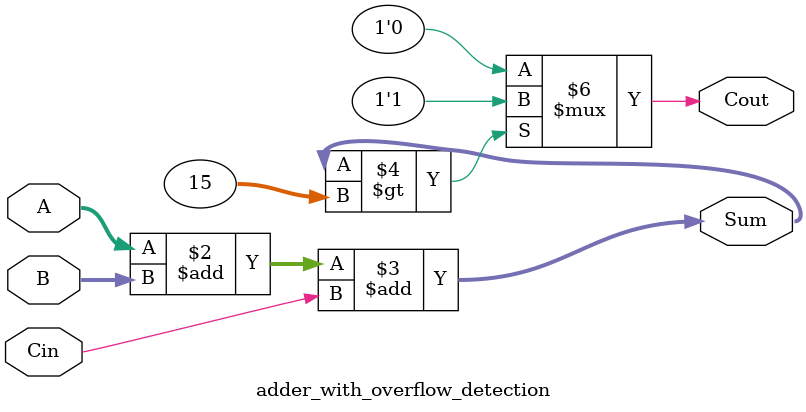
<source format=v>
module adder_with_overflow_detection (
  input [3:0] A,
  input [3:0] B,
  input Cin,
  output reg [3:0] Sum,
  output reg Cout
);

always @(*) begin
  Sum = A + B + Cin;
  if (Sum > 15) begin
    Cout = 1;
  end else begin
    Cout = 0;
  end
end

endmodule

</source>
